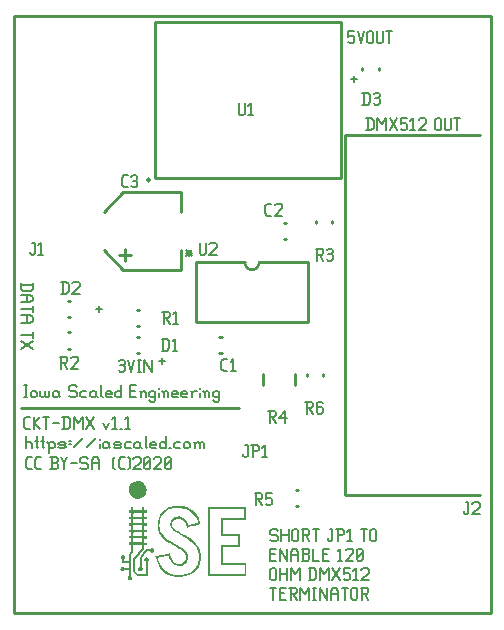
<source format=gbr>
G04 start of page 8 for group -4079 idx -4079 *
G04 Title: (unknown), topsilk *
G04 Creator: pcb 4.0.2 *
G04 CreationDate: Wed Oct 14 23:17:38 2020 UTC *
G04 For: ndholmes *
G04 Format: Gerber/RS-274X *
G04 PCB-Dimensions (mil): 1600.00 2000.00 *
G04 PCB-Coordinate-Origin: lower left *
%MOIN*%
%FSLAX25Y25*%
%LNTOPSILK*%
%ADD48C,0.0080*%
%ADD47C,0.0100*%
%ADD46C,0.0001*%
G54D46*G36*
X39043Y11709D02*X38647Y11980D01*
X38511Y12425D01*
X38565Y12740D01*
X38761Y12990D01*
X38891Y13104D01*
Y14986D01*
X38218D01*
X37741Y14981D01*
X37545Y14964D01*
X37453Y14840D01*
X37100Y14617D01*
X36672D01*
X36373Y14807D01*
X36189Y15100D01*
X36162Y15431D01*
X36270Y15724D01*
X36487Y15946D01*
X36802Y16066D01*
X37182Y16012D01*
X37491Y15773D01*
X37556Y15675D01*
X38224D01*
X38891Y15670D01*
Y17167D01*
X36558D01*
Y17900D01*
X36553Y18627D01*
X36455Y18697D01*
X36287Y18876D01*
X36178Y19093D01*
X36189Y19527D01*
X36373Y19815D01*
X36661Y19994D01*
X36997Y20026D01*
X37290Y19923D01*
X37513Y19701D01*
X37632Y19381D01*
X37578Y19006D01*
X37339Y18697D01*
X37242Y18627D01*
Y17851D01*
X38891D01*
Y20156D01*
X39357Y20748D01*
X39829Y21339D01*
Y23406D01*
X38918D01*
Y24193D01*
X43302D01*
Y25566D01*
X40486D01*
Y24193D01*
X39829D01*
Y25566D01*
X38918D01*
Y26325D01*
X39819D01*
Y27692D01*
X40502Y27719D01*
X40497Y27057D01*
X40491Y26586D01*
X40502Y26368D01*
X40567Y26358D01*
X40790Y26347D01*
X41224Y26341D01*
X41907Y26336D01*
X43302D01*
Y27719D01*
X40502D01*
X39819Y27692D01*
X38918D01*
Y28452D01*
X39829D01*
X40486Y28479D01*
X43302D01*
Y29852D01*
X40486D01*
Y28479D01*
X39829Y28452D01*
Y29824D01*
X38918D01*
Y30584D01*
X39819D01*
X39829Y31962D01*
X40486Y32005D01*
Y31327D01*
X40491Y30844D01*
X40508Y30627D01*
X40920Y30617D01*
X41907Y30611D01*
X43291D01*
X43296Y31300D01*
Y31316D01*
X43307Y32005D01*
X40486D01*
X39829Y31962D01*
X38918D01*
Y32722D01*
X39819D01*
Y34094D01*
X40502Y34148D01*
X40497Y33492D01*
X40491Y33015D01*
X40502Y32797D01*
X40567Y32787D01*
X40790Y32776D01*
X41224Y32770D01*
X41907Y32765D01*
X43307D01*
X43296Y33459D01*
X43291Y34148D01*
X40502D01*
X39819Y34094D01*
X38918D01*
Y34854D01*
X39829D01*
Y36096D01*
X40486D01*
Y34854D01*
X43302D01*
Y36096D01*
X43991D01*
Y34854D01*
X44902D01*
Y34094D01*
X43991D01*
Y32694D01*
X44902D01*
Y31935D01*
X43991D01*
Y30541D01*
X44902D01*
Y29781D01*
X43991D01*
Y28408D01*
X44902D01*
Y27649D01*
X43991D01*
Y26255D01*
X44902D01*
Y25495D01*
X43991D01*
Y24122D01*
X44902D01*
Y23336D01*
X43991D01*
X43985Y22750D01*
Y22158D01*
X42569Y20368D01*
X41148Y18583D01*
Y14574D01*
X42124Y13597D01*
X44544D01*
Y15719D01*
X44539Y16543D01*
Y17216D01*
X44533Y17672D01*
X44528Y17834D01*
X44403Y17927D01*
X44159Y18393D01*
X44294Y18909D01*
X44870Y19218D01*
X45472Y18947D01*
X45629Y18382D01*
X45331Y17872D01*
X45233Y17802D01*
Y12914D01*
X41842D01*
X40486Y14270D01*
Y18844D01*
X41896Y20623D01*
X43302Y22403D01*
Y23341D01*
X40486D01*
Y21003D01*
X39574Y19853D01*
Y13022D01*
X39640Y12990D01*
X39819Y12821D01*
X39949Y12588D01*
X39916Y12073D01*
X39569Y11693D01*
X39303Y11633D01*
X39043Y11644D01*
Y11709D01*
G37*
G36*
X54885Y12729D02*X53067Y13071D01*
X51483Y13793D01*
X50376Y14671D01*
X49432Y15778D01*
X48570Y17341D01*
X47924Y19196D01*
X47826Y19565D01*
X50246Y20081D01*
X51179Y20281D01*
X51955Y20444D01*
X52481Y20547D01*
X52682Y20580D01*
X52736Y20368D01*
X52785Y20118D01*
X52867Y19782D01*
X53230Y18757D01*
X53745Y17932D01*
X54391Y17324D01*
X55162Y16961D01*
X55400Y16918D01*
X55796Y16901D01*
X56187Y16918D01*
X56442Y16961D01*
X57462Y17547D01*
X58021Y18583D01*
X58075Y19212D01*
X58021Y19809D01*
X58623Y19983D01*
X58661Y18567D01*
X58303Y17617D01*
X57673Y16885D01*
X56816Y16424D01*
X55780Y16256D01*
X54451Y16559D01*
X53382Y17384D01*
X52590Y18627D01*
X52389Y19153D01*
X52243Y19657D01*
X52194Y19826D01*
X52145Y19842D01*
X51993Y19815D01*
X51635Y19739D01*
X51109Y19625D01*
X50479Y19489D01*
X49329Y19245D01*
X48792Y19126D01*
X48629Y19077D01*
Y19044D01*
X48678Y18860D01*
X48803Y18491D01*
X48949Y18084D01*
X49074Y17758D01*
X50072Y15979D01*
X51358Y14650D01*
X52932Y13782D01*
X54803Y13364D01*
X55199Y13353D01*
X55747D01*
X56295Y13369D01*
X56718Y13402D01*
X58048Y13657D01*
X59209Y14091D01*
X60109Y14623D01*
X60863Y15279D01*
X61466Y16060D01*
X61932Y16966D01*
X62160Y17661D01*
X62317Y18447D01*
X62366Y19402D01*
X62317Y20336D01*
X62090Y21323D01*
X61732Y22213D01*
X61211Y23032D01*
X60527Y23813D01*
X59827Y24459D01*
X59019Y25056D01*
X57945Y25717D01*
X56453Y26547D01*
X55308Y27182D01*
X54516Y27660D01*
X53963Y28061D01*
X53534Y28463D01*
X52986Y29249D01*
X52818Y30117D01*
X52964Y31159D01*
X53398Y31973D01*
X54103Y32537D01*
X55058Y32819D01*
X55639Y32836D01*
X56214Y32770D01*
X56984Y32477D01*
X57652Y31951D01*
X58227Y31186D01*
X58721Y30166D01*
X58807Y29966D01*
X58867Y29922D01*
X59030Y29971D01*
X59409Y30074D01*
X59919Y30226D01*
X60505Y30394D01*
X61081Y30562D01*
X61580Y30714D01*
X61938Y30817D01*
X62079Y30861D01*
X62052Y30985D01*
X61965Y31262D01*
X61840Y31604D01*
X61721Y31919D01*
X61043Y33134D01*
X60153Y34138D01*
X59079Y34913D01*
X57825Y35440D01*
X56068Y35743D01*
X54147Y35657D01*
X52400Y35196D01*
X51000Y34360D01*
X50300Y33633D01*
X49758Y32749D01*
X49389Y31723D01*
X49188Y30573D01*
X49161Y29797D01*
X49199Y29087D01*
X49438Y28105D01*
X49877Y27199D01*
X50517Y26358D01*
X51380Y25566D01*
X51922Y25159D01*
X52552Y24746D01*
X53355Y24269D01*
X54440Y23661D01*
X55167Y23260D01*
X55709Y22951D01*
X56133Y22696D01*
X56507Y22457D01*
X57939Y21247D01*
X58623Y19983D01*
X58021Y19809D01*
X57424Y20878D01*
X56165Y21925D01*
X55802Y22158D01*
X55395Y22403D01*
X54879Y22696D01*
X54185Y23075D01*
X52807Y23851D01*
X51792Y24480D01*
X51017Y25045D01*
X50360Y25625D01*
X49611Y26466D01*
X49074Y27350D01*
X48656Y28533D01*
X48526Y29846D01*
X48618Y31132D01*
X48911Y32331D01*
X49671Y33855D01*
X50832Y35038D01*
X52362Y35863D01*
X54234Y36302D01*
X55693Y36384D01*
X57077Y36259D01*
X58352Y35933D01*
X59491Y35407D01*
X60630Y34561D01*
X61569Y33476D01*
X62296Y32174D01*
X62789Y30671D01*
X62849Y30416D01*
X60647Y29776D01*
X59784Y29532D01*
X59079Y29331D01*
X58601Y29201D01*
X58422Y29157D01*
X58346Y29358D01*
X58118Y29960D01*
X57858Y30535D01*
X57098Y31604D01*
X56149Y32136D01*
X55514Y32201D01*
X54863Y32152D01*
X54006Y31680D01*
X53669Y31219D01*
X53485Y30622D01*
X53447Y30139D01*
X53485Y29727D01*
X53832Y29076D01*
X54559Y28408D01*
X54912Y28164D01*
X55351Y27888D01*
X55926Y27562D01*
X56697Y27139D01*
X57565Y26667D01*
X58248Y26282D01*
X58807Y25951D01*
X59285Y25642D01*
X60511Y24714D01*
X61477Y23726D01*
X62204Y22674D01*
X62692Y21534D01*
X62968Y20162D01*
X62974Y18730D01*
X62719Y17330D01*
X62209Y16066D01*
X61412Y14948D01*
X60370Y14037D01*
X59100Y13359D01*
X57635Y12914D01*
X56257Y12740D01*
X54885Y12735D01*
Y12729D01*
G37*
G36*
X65470Y24535D02*X66110Y24540D01*
X66104Y13641D01*
X77530D01*
Y16798D01*
X69756D01*
Y23319D01*
X75441D01*
Y26488D01*
X69756D01*
Y32271D01*
X77216D01*
Y35440D01*
X66121D01*
X66110Y24540D01*
X65470Y24535D01*
Y36064D01*
X77850D01*
Y31653D01*
X70390D01*
Y27133D01*
X76071D01*
Y22723D01*
X70407D01*
X70396Y20091D01*
X70390Y17460D01*
X78154D01*
Y13022D01*
X65470D01*
Y24535D01*
G37*
G36*
X42607Y14623D02*X42325Y14812D01*
X42146Y15100D01*
X42141Y15534D01*
X42368Y15887D01*
X42499Y15979D01*
X42510Y16440D01*
X42515Y17552D01*
Y19126D01*
X43611Y20504D01*
X44701Y21887D01*
X46031D01*
X46117Y22007D01*
X46345Y22202D01*
X46497Y22267D01*
X46703Y22278D01*
X46904Y22272D01*
X47056Y22202D01*
X47278Y22012D01*
X47414Y21768D01*
X47430Y21486D01*
X47365Y21214D01*
X47089Y20927D01*
X46703Y20813D01*
X46145Y21062D01*
X46020Y21198D01*
X45032D01*
X44115Y20043D01*
X43204Y18887D01*
Y15990D01*
X43307Y15919D01*
X43567Y15523D01*
X43535Y15024D01*
X43150Y14650D01*
X42607Y14617D01*
Y14623D01*
G37*
G36*
X41441Y38782D02*X40556Y39069D01*
X39791Y39628D01*
X39243Y40360D01*
X38956Y41223D01*
X38918Y41863D01*
X38999Y42482D01*
X39309Y43247D01*
X39829Y43898D01*
X40676Y44473D01*
X41647Y44716D01*
X42656Y44629D01*
X43600Y44202D01*
X44153Y43697D01*
X44577Y43079D01*
X44810Y42395D01*
X44880Y41668D01*
X44772Y40941D01*
X44506Y40268D01*
X44099Y39720D01*
X43584Y39275D01*
X42982Y38955D01*
X42331Y38782D01*
X41880Y38760D01*
X41441Y38782D01*
G37*
G54D47*X500Y199500D02*X159500D01*
Y500D01*
X500D01*
Y199500D01*
X3000Y69000D02*X75500D01*
X47500Y180000D02*Y171000D01*
G54D48*X113000Y178500D02*X115000D01*
X114000Y179500D02*Y177500D01*
X118500Y165500D02*Y161500D01*
X119800Y165500D02*X120500Y164800D01*
Y162200D01*
X119800Y161500D02*X120500Y162200D01*
X118000Y161500D02*X119800D01*
X118000Y165500D02*X119800D01*
X121700D02*Y161500D01*
Y165500D02*X123200Y163500D01*
X124700Y165500D01*
Y161500D01*
X125900D02*X128400Y165500D01*
X125900D02*X128400Y161500D01*
X129600Y165500D02*X131600D01*
X129600D02*Y163500D01*
X130100Y164000D01*
X131100D01*
X131600Y163500D01*
Y162000D01*
X131100Y161500D02*X131600Y162000D01*
X130100Y161500D02*X131100D01*
X129600Y162000D02*X130100Y161500D01*
X132800Y164700D02*X133600Y165500D01*
Y161500D01*
X132800D02*X134300D01*
X135500Y165000D02*X136000Y165500D01*
X137500D01*
X138000Y165000D01*
Y164000D01*
X135500Y161500D02*X138000Y164000D01*
X135500Y161500D02*X138000D01*
X141000Y165000D02*Y162000D01*
Y165000D02*X141500Y165500D01*
X142500D01*
X143000Y165000D01*
Y162000D01*
X142500Y161500D02*X143000Y162000D01*
X141500Y161500D02*X142500D01*
X141000Y162000D02*X141500Y161500D01*
X144200Y165500D02*Y162000D01*
X144700Y161500D01*
X145700D01*
X146200Y162000D01*
Y165500D02*Y162000D01*
X147400Y165500D02*X149400D01*
X148400D02*Y161500D01*
X112000Y194500D02*X114000D01*
X112000D02*Y192500D01*
X112500Y193000D01*
X113500D01*
X114000Y192500D01*
Y191000D01*
X113500Y190500D02*X114000Y191000D01*
X112500Y190500D02*X113500D01*
X112000Y191000D02*X112500Y190500D01*
X115200Y194500D02*X116200Y190500D01*
X117200Y194500D01*
X118400Y194000D02*Y191000D01*
Y194000D02*X118900Y194500D01*
X119900D01*
X120400Y194000D01*
Y191000D01*
X119900Y190500D02*X120400Y191000D01*
X118900Y190500D02*X119900D01*
X118400Y191000D02*X118900Y190500D01*
X121600Y194500D02*Y191000D01*
X122100Y190500D01*
X123100D01*
X123600Y191000D01*
Y194500D02*Y191000D01*
X124800Y194500D02*X126800D01*
X125800D02*Y190500D01*
X4000Y76500D02*X5000D01*
X4500D02*Y72500D01*
X4000D02*X5000D01*
X6200Y74000D02*Y73000D01*
Y74000D02*X6700Y74500D01*
X7700D01*
X8200Y74000D01*
Y73000D01*
X7700Y72500D02*X8200Y73000D01*
X6700Y72500D02*X7700D01*
X6200Y73000D02*X6700Y72500D01*
X9400Y74500D02*Y73000D01*
X9900Y72500D01*
X10400D01*
X10900Y73000D01*
Y74500D02*Y73000D01*
X11400Y72500D01*
X11900D01*
X12400Y73000D01*
Y74500D02*Y73000D01*
X15100Y74500D02*X15600Y74000D01*
X14100Y74500D02*X15100D01*
X13600Y74000D02*X14100Y74500D01*
X13600Y74000D02*Y73000D01*
X14100Y72500D01*
X15600Y74500D02*Y73000D01*
X16100Y72500D01*
X14100D02*X15100D01*
X15600Y73000D01*
X21100Y76500D02*X21600Y76000D01*
X19600Y76500D02*X21100D01*
X19100Y76000D02*X19600Y76500D01*
X19100Y76000D02*Y75000D01*
X19600Y74500D01*
X21100D01*
X21600Y74000D01*
Y73000D01*
X21100Y72500D02*X21600Y73000D01*
X19600Y72500D02*X21100D01*
X19100Y73000D02*X19600Y72500D01*
X23300Y74500D02*X24800D01*
X22800Y74000D02*X23300Y74500D01*
X22800Y74000D02*Y73000D01*
X23300Y72500D01*
X24800D01*
X27500Y74500D02*X28000Y74000D01*
X26500Y74500D02*X27500D01*
X26000Y74000D02*X26500Y74500D01*
X26000Y74000D02*Y73000D01*
X26500Y72500D01*
X28000Y74500D02*Y73000D01*
X28500Y72500D01*
X26500D02*X27500D01*
X28000Y73000D01*
X29700Y76500D02*Y73000D01*
X30200Y72500D01*
X31700D02*X33200D01*
X31200Y73000D02*X31700Y72500D01*
X31200Y74000D02*Y73000D01*
Y74000D02*X31700Y74500D01*
X32700D01*
X33200Y74000D01*
X31200Y73500D02*X33200D01*
Y74000D02*Y73500D01*
X36400Y76500D02*Y72500D01*
X35900D02*X36400Y73000D01*
X34900Y72500D02*X35900D01*
X34400Y73000D02*X34900Y72500D01*
X34400Y74000D02*Y73000D01*
Y74000D02*X34900Y74500D01*
X35900D01*
X36400Y74000D01*
X39400Y74700D02*X40900D01*
X39400Y72500D02*X41400D01*
X39400Y76500D02*Y72500D01*
Y76500D02*X41400D01*
X43100Y74000D02*Y72500D01*
Y74000D02*X43600Y74500D01*
X44100D01*
X44600Y74000D01*
Y72500D01*
X42600Y74500D02*X43100Y74000D01*
X47300Y74500D02*X47800Y74000D01*
X46300Y74500D02*X47300D01*
X45800Y74000D02*X46300Y74500D01*
X45800Y74000D02*Y73000D01*
X46300Y72500D01*
X47300D01*
X47800Y73000D01*
X45800Y71500D02*X46300Y71000D01*
X47300D01*
X47800Y71500D01*
Y74500D02*Y71500D01*
X49000Y75500D02*Y75400D01*
Y74000D02*Y72500D01*
X50500Y74000D02*Y72500D01*
Y74000D02*X51000Y74500D01*
X51500D01*
X52000Y74000D01*
Y72500D01*
X50000Y74500D02*X50500Y74000D01*
X53700Y72500D02*X55200D01*
X53200Y73000D02*X53700Y72500D01*
X53200Y74000D02*Y73000D01*
Y74000D02*X53700Y74500D01*
X54700D01*
X55200Y74000D01*
X53200Y73500D02*X55200D01*
Y74000D02*Y73500D01*
X56900Y72500D02*X58400D01*
X56400Y73000D02*X56900Y72500D01*
X56400Y74000D02*Y73000D01*
Y74000D02*X56900Y74500D01*
X57900D01*
X58400Y74000D01*
X56400Y73500D02*X58400D01*
Y74000D02*Y73500D01*
X60100Y74000D02*Y72500D01*
Y74000D02*X60600Y74500D01*
X61600D01*
X59600D02*X60100Y74000D01*
X62800Y75500D02*Y75400D01*
Y74000D02*Y72500D01*
X64300Y74000D02*Y72500D01*
Y74000D02*X64800Y74500D01*
X65300D01*
X65800Y74000D01*
Y72500D01*
X63800Y74500D02*X64300Y74000D01*
X68500Y74500D02*X69000Y74000D01*
X67500Y74500D02*X68500D01*
X67000Y74000D02*X67500Y74500D01*
X67000Y74000D02*Y73000D01*
X67500Y72500D01*
X68500D01*
X69000Y73000D01*
X67000Y71500D02*X67500Y71000D01*
X68500D01*
X69000Y71500D01*
Y74500D02*Y71500D01*
X5200Y48500D02*X6500D01*
X4500Y49200D02*X5200Y48500D01*
X4500Y51800D02*Y49200D01*
Y51800D02*X5200Y52500D01*
X6500D01*
X8400Y48500D02*X9700D01*
X7700Y49200D02*X8400Y48500D01*
X7700Y51800D02*Y49200D01*
Y51800D02*X8400Y52500D01*
X9700D01*
X12700Y48500D02*X14700D01*
X15200Y49000D01*
Y50200D02*Y49000D01*
X14700Y50700D02*X15200Y50200D01*
X13200Y50700D02*X14700D01*
X13200Y52500D02*Y48500D01*
X12700Y52500D02*X14700D01*
X15200Y52000D01*
Y51200D01*
X14700Y50700D02*X15200Y51200D01*
X16400Y52500D02*X17400Y50500D01*
X18400Y52500D01*
X17400Y50500D02*Y48500D01*
X19600Y50500D02*X21600D01*
X24800Y52500D02*X25300Y52000D01*
X23300Y52500D02*X24800D01*
X22800Y52000D02*X23300Y52500D01*
X22800Y52000D02*Y51000D01*
X23300Y50500D01*
X24800D01*
X25300Y50000D01*
Y49000D01*
X24800Y48500D02*X25300Y49000D01*
X23300Y48500D02*X24800D01*
X22800Y49000D02*X23300Y48500D01*
X26500Y51500D02*Y48500D01*
Y51500D02*X27200Y52500D01*
X28300D01*
X29000Y51500D01*
Y48500D01*
X26500Y50500D02*X29000D01*
X33800Y49000D02*X34300Y48500D01*
X33800Y52000D02*X34300Y52500D01*
X33800Y52000D02*Y49000D01*
X36200Y48500D02*X37500D01*
X35500Y49200D02*X36200Y48500D01*
X35500Y51800D02*Y49200D01*
Y51800D02*X36200Y52500D01*
X37500D01*
X38700D02*X39200Y52000D01*
Y49000D01*
X38700Y48500D02*X39200Y49000D01*
X40400Y52000D02*X40900Y52500D01*
X42400D01*
X42900Y52000D01*
Y51000D01*
X40400Y48500D02*X42900Y51000D01*
X40400Y48500D02*X42900D01*
X44100Y49000D02*X44600Y48500D01*
X44100Y52000D02*Y49000D01*
Y52000D02*X44600Y52500D01*
X45600D01*
X46100Y52000D01*
Y49000D01*
X45600Y48500D02*X46100Y49000D01*
X44600Y48500D02*X45600D01*
X44100Y49500D02*X46100Y51500D01*
X47300Y52000D02*X47800Y52500D01*
X49300D01*
X49800Y52000D01*
Y51000D01*
X47300Y48500D02*X49800Y51000D01*
X47300Y48500D02*X49800D01*
X51000Y49000D02*X51500Y48500D01*
X51000Y52000D02*Y49000D01*
Y52000D02*X51500Y52500D01*
X52500D01*
X53000Y52000D01*
Y49000D01*
X52500Y48500D02*X53000Y49000D01*
X51500Y48500D02*X52500D01*
X51000Y49500D02*X53000Y51500D01*
X4500Y59500D02*Y55500D01*
Y57000D02*X5000Y57500D01*
X6000D01*
X6500Y57000D01*
Y55500D01*
X8200Y59500D02*Y56000D01*
X8700Y55500D01*
X7700Y58000D02*X8700D01*
X10200Y59500D02*Y56000D01*
X10700Y55500D01*
X9700Y58000D02*X10700D01*
X12200Y57000D02*Y54000D01*
X11700Y57500D02*X12200Y57000D01*
X12700Y57500D01*
X13700D01*
X14200Y57000D01*
Y56000D01*
X13700Y55500D02*X14200Y56000D01*
X12700Y55500D02*X13700D01*
X12200Y56000D02*X12700Y55500D01*
X15900D02*X17400D01*
X17900Y56000D01*
X17400Y56500D02*X17900Y56000D01*
X15900Y56500D02*X17400D01*
X15400Y57000D02*X15900Y56500D01*
X15400Y57000D02*X15900Y57500D01*
X17400D01*
X17900Y57000D01*
X15400Y56000D02*X15900Y55500D01*
X19100Y58000D02*X19600D01*
X19100Y57000D02*X19600D01*
X20800Y56000D02*X23800Y59000D01*
X25000Y56000D02*X28000Y59000D01*
X29200Y58500D02*Y58400D01*
Y57000D02*Y55500D01*
X31700Y57500D02*X32200Y57000D01*
X30700Y57500D02*X31700D01*
X30200Y57000D02*X30700Y57500D01*
X30200Y57000D02*Y56000D01*
X30700Y55500D01*
X32200Y57500D02*Y56000D01*
X32700Y55500D01*
X30700D02*X31700D01*
X32200Y56000D01*
X34400Y55500D02*X35900D01*
X36400Y56000D01*
X35900Y56500D02*X36400Y56000D01*
X34400Y56500D02*X35900D01*
X33900Y57000D02*X34400Y56500D01*
X33900Y57000D02*X34400Y57500D01*
X35900D01*
X36400Y57000D01*
X33900Y56000D02*X34400Y55500D01*
X38100Y57500D02*X39600D01*
X37600Y57000D02*X38100Y57500D01*
X37600Y57000D02*Y56000D01*
X38100Y55500D01*
X39600D01*
X42300Y57500D02*X42800Y57000D01*
X41300Y57500D02*X42300D01*
X40800Y57000D02*X41300Y57500D01*
X40800Y57000D02*Y56000D01*
X41300Y55500D01*
X42800Y57500D02*Y56000D01*
X43300Y55500D01*
X41300D02*X42300D01*
X42800Y56000D01*
X44500Y59500D02*Y56000D01*
X45000Y55500D01*
X46500D02*X48000D01*
X46000Y56000D02*X46500Y55500D01*
X46000Y57000D02*Y56000D01*
Y57000D02*X46500Y57500D01*
X47500D01*
X48000Y57000D01*
X46000Y56500D02*X48000D01*
Y57000D02*Y56500D01*
X51200Y59500D02*Y55500D01*
X50700D02*X51200Y56000D01*
X49700Y55500D02*X50700D01*
X49200Y56000D02*X49700Y55500D01*
X49200Y57000D02*Y56000D01*
Y57000D02*X49700Y57500D01*
X50700D01*
X51200Y57000D01*
X52400Y55500D02*X52900D01*
X54600Y57500D02*X56100D01*
X54100Y57000D02*X54600Y57500D01*
X54100Y57000D02*Y56000D01*
X54600Y55500D01*
X56100D01*
X57300Y57000D02*Y56000D01*
Y57000D02*X57800Y57500D01*
X58800D01*
X59300Y57000D01*
Y56000D01*
X58800Y55500D02*X59300Y56000D01*
X57800Y55500D02*X58800D01*
X57300Y56000D02*X57800Y55500D01*
X61000Y57000D02*Y55500D01*
Y57000D02*X61500Y57500D01*
X62000D01*
X62500Y57000D01*
Y55500D01*
Y57000D02*X63000Y57500D01*
X63500D01*
X64000Y57000D01*
Y55500D01*
X60500Y57500D02*X61000Y57000D01*
X35500Y84500D02*X36000Y85000D01*
X37000D01*
X37500Y84500D01*
X37000Y81000D02*X37500Y81500D01*
X36000Y81000D02*X37000D01*
X35500Y81500D02*X36000Y81000D01*
Y83200D02*X37000D01*
X37500Y84500D02*Y83700D01*
Y82700D02*Y81500D01*
Y82700D02*X37000Y83200D01*
X37500Y83700D02*X37000Y83200D01*
X38700Y85000D02*X39700Y81000D01*
X40700Y85000D01*
X41900D02*X42900D01*
X42400D02*Y81000D01*
X41900D02*X42900D01*
X44100Y85000D02*Y81000D01*
Y85000D02*X46600Y81000D01*
Y85000D02*Y81000D01*
X49000Y84500D02*X51000D01*
X50000Y85500D02*Y83500D01*
X4700Y62000D02*X6000D01*
X4000Y62700D02*X4700Y62000D01*
X4000Y65300D02*Y62700D01*
Y65300D02*X4700Y66000D01*
X6000D01*
X7200D02*Y62000D01*
Y64000D02*X9200Y66000D01*
X7200Y64000D02*X9200Y62000D01*
X10400Y66000D02*X12400D01*
X11400D02*Y62000D01*
X13600Y64000D02*X15600D01*
X17300Y66000D02*Y62000D01*
X18600Y66000D02*X19300Y65300D01*
Y62700D01*
X18600Y62000D02*X19300Y62700D01*
X16800Y62000D02*X18600D01*
X16800Y66000D02*X18600D01*
X20500D02*Y62000D01*
Y66000D02*X22000Y64000D01*
X23500Y66000D01*
Y62000D01*
X24700D02*X27200Y66000D01*
X24700D02*X27200Y62000D01*
X30200Y64000D02*X31200Y62000D01*
X32200Y64000D02*X31200Y62000D01*
X33400Y65200D02*X34200Y66000D01*
Y62000D01*
X33400D02*X34900D01*
X36100D02*X36600D01*
X37800Y65200D02*X38600Y66000D01*
Y62000D01*
X37800D02*X39300D01*
X3000Y110000D02*X7000D01*
Y108700D02*X6300Y108000D01*
X3700D02*X6300D01*
X3000Y108700D02*X3700Y108000D01*
X3000Y110500D02*Y108700D01*
X7000Y110500D02*Y108700D01*
X3000Y106800D02*X6000D01*
X7000Y106100D01*
Y105000D01*
X6000Y104300D01*
X3000D02*X6000D01*
X5000Y106800D02*Y104300D01*
X7000Y103100D02*Y101100D01*
X3000Y102100D02*X7000D01*
X3000Y99900D02*X6000D01*
X7000Y99200D01*
Y98100D01*
X6000Y97400D01*
X3000D02*X6000D01*
X5000Y99900D02*Y97400D01*
X7000Y94400D02*Y92400D01*
X3000Y93400D02*X7000D01*
X3000Y91200D02*X7000Y88700D01*
Y91200D02*X3000Y88700D01*
X28000Y102000D02*X30000D01*
X29000Y103000D02*Y101000D01*
X58000Y121500D02*X60000Y119500D01*
X58000D02*X60000Y121500D01*
X58000Y120500D02*X60000D01*
X59000Y121500D02*Y119500D01*
X88000Y28500D02*X88500Y28000D01*
X86500Y28500D02*X88000D01*
X86000Y28000D02*X86500Y28500D01*
X86000Y28000D02*Y27000D01*
X86500Y26500D01*
X88000D01*
X88500Y26000D01*
Y25000D01*
X88000Y24500D02*X88500Y25000D01*
X86500Y24500D02*X88000D01*
X86000Y25000D02*X86500Y24500D01*
X89700Y28500D02*Y24500D01*
X92200Y28500D02*Y24500D01*
X89700Y26500D02*X92200D01*
X93400Y28000D02*Y25000D01*
Y28000D02*X93900Y28500D01*
X94900D01*
X95400Y28000D01*
Y25000D01*
X94900Y24500D02*X95400Y25000D01*
X93900Y24500D02*X94900D01*
X93400Y25000D02*X93900Y24500D01*
X96600Y28500D02*X98600D01*
X99100Y28000D01*
Y27000D01*
X98600Y26500D02*X99100Y27000D01*
X97100Y26500D02*X98600D01*
X97100Y28500D02*Y24500D01*
X97900Y26500D02*X99100Y24500D01*
X100300Y28500D02*X102300D01*
X101300D02*Y24500D01*
X106000Y28500D02*X106800D01*
Y25000D01*
X106300Y24500D02*X106800Y25000D01*
X105800Y24500D02*X106300D01*
X105300Y25000D02*X105800Y24500D01*
X105300Y25500D02*Y25000D01*
X108500Y28500D02*Y24500D01*
X108000Y28500D02*X110000D01*
X110500Y28000D01*
Y27000D01*
X110000Y26500D02*X110500Y27000D01*
X108500Y26500D02*X110000D01*
X111700Y27700D02*X112500Y28500D01*
Y24500D01*
X111700D02*X113200D01*
X116200Y28500D02*X118200D01*
X117200D02*Y24500D01*
X119400Y28000D02*Y25000D01*
Y28000D02*X119900Y28500D01*
X120900D01*
X121400Y28000D01*
Y25000D01*
X120900Y24500D02*X121400Y25000D01*
X119900Y24500D02*X120900D01*
X119400Y25000D02*X119900Y24500D01*
X86000Y20200D02*X87500D01*
X86000Y18000D02*X88000D01*
X86000Y22000D02*Y18000D01*
Y22000D02*X88000D01*
X89200D02*Y18000D01*
Y22000D02*X91700Y18000D01*
Y22000D02*Y18000D01*
X92900Y21000D02*Y18000D01*
Y21000D02*X93600Y22000D01*
X94700D01*
X95400Y21000D01*
Y18000D01*
X92900Y20000D02*X95400D01*
X96600Y18000D02*X98600D01*
X99100Y18500D01*
Y19700D02*Y18500D01*
X98600Y20200D02*X99100Y19700D01*
X97100Y20200D02*X98600D01*
X97100Y22000D02*Y18000D01*
X96600Y22000D02*X98600D01*
X99100Y21500D01*
Y20700D01*
X98600Y20200D02*X99100Y20700D01*
X100300Y22000D02*Y18000D01*
X102300D01*
X103500Y20200D02*X105000D01*
X103500Y18000D02*X105500D01*
X103500Y22000D02*Y18000D01*
Y22000D02*X105500D01*
X108500Y21200D02*X109300Y22000D01*
Y18000D01*
X108500D02*X110000D01*
X111200Y21500D02*X111700Y22000D01*
X113200D01*
X113700Y21500D01*
Y20500D01*
X111200Y18000D02*X113700Y20500D01*
X111200Y18000D02*X113700D01*
X114900Y18500D02*X115400Y18000D01*
X114900Y21500D02*Y18500D01*
Y21500D02*X115400Y22000D01*
X116400D01*
X116900Y21500D01*
Y18500D01*
X116400Y18000D02*X116900Y18500D01*
X115400Y18000D02*X116400D01*
X114900Y19000D02*X116900Y21000D01*
X86000Y9000D02*X88000D01*
X87000D02*Y5000D01*
X89200Y7200D02*X90700D01*
X89200Y5000D02*X91200D01*
X89200Y9000D02*Y5000D01*
Y9000D02*X91200D01*
X92400D02*X94400D01*
X94900Y8500D01*
Y7500D01*
X94400Y7000D02*X94900Y7500D01*
X92900Y7000D02*X94400D01*
X92900Y9000D02*Y5000D01*
X93700Y7000D02*X94900Y5000D01*
X96100Y9000D02*Y5000D01*
Y9000D02*X97600Y7000D01*
X99100Y9000D01*
Y5000D01*
X100300Y9000D02*X101300D01*
X100800D02*Y5000D01*
X100300D02*X101300D01*
X102500Y9000D02*Y5000D01*
Y9000D02*X105000Y5000D01*
Y9000D02*Y5000D01*
X106200Y8000D02*Y5000D01*
Y8000D02*X106900Y9000D01*
X108000D01*
X108700Y8000D01*
Y5000D01*
X106200Y7000D02*X108700D01*
X109900Y9000D02*X111900D01*
X110900D02*Y5000D01*
X113100Y8500D02*Y5500D01*
Y8500D02*X113600Y9000D01*
X114600D01*
X115100Y8500D01*
Y5500D01*
X114600Y5000D02*X115100Y5500D01*
X113600Y5000D02*X114600D01*
X113100Y5500D02*X113600Y5000D01*
X116300Y9000D02*X118300D01*
X118800Y8500D01*
Y7500D01*
X118300Y7000D02*X118800Y7500D01*
X116800Y7000D02*X118300D01*
X116800Y9000D02*Y5000D01*
X117600Y7000D02*X118800Y5000D01*
X86000Y15000D02*Y12000D01*
Y15000D02*X86500Y15500D01*
X87500D01*
X88000Y15000D01*
Y12000D01*
X87500Y11500D02*X88000Y12000D01*
X86500Y11500D02*X87500D01*
X86000Y12000D02*X86500Y11500D01*
X89200Y15500D02*Y11500D01*
X91700Y15500D02*Y11500D01*
X89200Y13500D02*X91700D01*
X92900Y15500D02*Y11500D01*
Y15500D02*X94400Y13500D01*
X95900Y15500D01*
Y11500D01*
X99400Y15500D02*Y11500D01*
X100700Y15500D02*X101400Y14800D01*
Y12200D01*
X100700Y11500D02*X101400Y12200D01*
X98900Y11500D02*X100700D01*
X98900Y15500D02*X100700D01*
X102600D02*Y11500D01*
Y15500D02*X104100Y13500D01*
X105600Y15500D01*
Y11500D01*
X106800D02*X109300Y15500D01*
X106800D02*X109300Y11500D01*
X110500Y15500D02*X112500D01*
X110500D02*Y13500D01*
X111000Y14000D01*
X112000D01*
X112500Y13500D01*
Y12000D01*
X112000Y11500D02*X112500Y12000D01*
X111000Y11500D02*X112000D01*
X110500Y12000D02*X111000Y11500D01*
X113700Y14700D02*X114500Y15500D01*
Y11500D01*
X113700D02*X115200D01*
X116400Y15000D02*X116900Y15500D01*
X118400D01*
X118900Y15000D01*
Y14000D01*
X116400Y11500D02*X118900Y14000D01*
X116400Y11500D02*X118900D01*
G54D47*X94607Y36245D02*X95393D01*
X94607Y41755D02*X95393D01*
X98245Y80350D02*Y79564D01*
X103755Y80350D02*Y79564D01*
X111000Y160000D02*X156000D01*
X111000Y40000D02*X156000D01*
X111000Y160000D02*Y40000D01*
X69107Y87245D02*X69893D01*
X69107Y92755D02*X69893D01*
X41607D02*X42393D01*
X41607Y87245D02*X42393D01*
X94314Y80468D02*Y76532D01*
X83686Y80468D02*Y76532D01*
X18607Y94255D02*X19393D01*
X18607Y88745D02*X19393D01*
X18564Y104755D02*X19350D01*
X18564Y99245D02*X19350D01*
X122255Y182393D02*Y181607D01*
X116745Y182393D02*Y181607D01*
X61400Y117500D02*Y97500D01*
X98600D01*
Y117500D01*
X61400D02*X77500D01*
X98600D02*X82500D01*
X77500D02*G75*G03X82500Y117500I2500J0D01*G01*
X90607Y130755D02*X91393D01*
X90607Y125245D02*X91393D01*
X101245Y131393D02*Y130607D01*
X106755Y131393D02*Y130607D01*
X47500Y197500D02*X109500D01*
X47500Y145500D02*X109500D01*
X47500Y197500D02*Y145500D01*
X109500Y197500D02*Y145500D01*
X45000Y145000D02*G75*G03X45000Y145000I500J0D01*G01*
X56492Y121504D02*Y115008D01*
Y140992D02*Y134496D01*
X37004Y140992D02*X56492D01*
X37004Y115008D02*X56492D01*
X37004Y140992D02*X30508Y134496D01*
X37004Y115008D02*X30508Y121504D01*
X37500Y122000D02*Y118000D01*
X35500Y120000D02*X39500D01*
X41607Y96245D02*X42393D01*
X41607Y101755D02*X42393D01*
G54D48*X151357Y37500D02*X152157D01*
Y34000D01*
X151657Y33500D02*X152157Y34000D01*
X151157Y33500D02*X151657D01*
X150657Y34000D02*X151157Y33500D01*
X150657Y34500D02*Y34000D01*
X153357Y37000D02*X153857Y37500D01*
X155357D01*
X155857Y37000D01*
Y36000D01*
X153357Y33500D02*X155857Y36000D01*
X153357Y33500D02*X155857D01*
X77700Y56500D02*X78500D01*
Y53000D01*
X78000Y52500D02*X78500Y53000D01*
X77500Y52500D02*X78000D01*
X77000Y53000D02*X77500Y52500D01*
X77000Y53500D02*Y53000D01*
X80200Y56500D02*Y52500D01*
X79700Y56500D02*X81700D01*
X82200Y56000D01*
Y55000D01*
X81700Y54500D02*X82200Y55000D01*
X80200Y54500D02*X81700D01*
X83400Y55700D02*X84200Y56500D01*
Y52500D01*
X83400D02*X84900D01*
X70519Y81236D02*X71819D01*
X69819Y81936D02*X70519Y81236D01*
X69819Y84536D02*Y81936D01*
Y84536D02*X70519Y85236D01*
X71819D01*
X73019Y84436D02*X73819Y85236D01*
Y81236D01*
X73019D02*X74519D01*
X80850Y40650D02*X82850D01*
X83350Y40150D01*
Y39150D01*
X82850Y38650D02*X83350Y39150D01*
X81350Y38650D02*X82850D01*
X81350Y40650D02*Y36650D01*
X82150Y38650D02*X83350Y36650D01*
X84550Y40650D02*X86550D01*
X84550D02*Y38650D01*
X85050Y39150D01*
X86050D01*
X86550Y38650D01*
Y37150D01*
X86050Y36650D02*X86550Y37150D01*
X85050Y36650D02*X86050D01*
X84550Y37150D02*X85050Y36650D01*
X97807Y71150D02*X99807D01*
X100307Y70650D01*
Y69650D01*
X99807Y69150D02*X100307Y69650D01*
X98307Y69150D02*X99807D01*
X98307Y71150D02*Y67150D01*
X99107Y69150D02*X100307Y67150D01*
X103007Y71150D02*X103507Y70650D01*
X102007Y71150D02*X103007D01*
X101507Y70650D02*X102007Y71150D01*
X101507Y70650D02*Y67650D01*
X102007Y67150D01*
X103007Y69350D02*X103507Y68850D01*
X101507Y69350D02*X103007D01*
X102007Y67150D02*X103007D01*
X103507Y67650D01*
Y68850D02*Y67650D01*
X85350Y68150D02*X87350D01*
X87850Y67650D01*
Y66650D01*
X87350Y66150D02*X87850Y66650D01*
X85850Y66150D02*X87350D01*
X85850Y68150D02*Y64150D01*
X86650Y66150D02*X87850Y64150D01*
X89050Y65650D02*X91050Y68150D01*
X89050Y65650D02*X91550D01*
X91050Y68150D02*Y64150D01*
X15950Y86150D02*X17950D01*
X18450Y85650D01*
Y84650D01*
X17950Y84150D02*X18450Y84650D01*
X16450Y84150D02*X17950D01*
X16450Y86150D02*Y82150D01*
X17250Y84150D02*X18450Y82150D01*
X19650Y85650D02*X20150Y86150D01*
X21650D01*
X22150Y85650D01*
Y84650D01*
X19650Y82150D02*X22150Y84650D01*
X19650Y82150D02*X22150D01*
X16850Y111150D02*Y107150D01*
X18150Y111150D02*X18850Y110450D01*
Y107850D01*
X18150Y107150D02*X18850Y107850D01*
X16350Y107150D02*X18150D01*
X16350Y111150D02*X18150D01*
X20050Y110650D02*X20550Y111150D01*
X22050D01*
X22550Y110650D01*
Y109650D01*
X20050Y107150D02*X22550Y109650D01*
X20050Y107150D02*X22550D01*
X117307Y174150D02*Y170150D01*
X118607Y174150D02*X119307Y173450D01*
Y170850D01*
X118607Y170150D02*X119307Y170850D01*
X116807Y170150D02*X118607D01*
X116807Y174150D02*X118607D01*
X120507Y173650D02*X121007Y174150D01*
X122007D01*
X122507Y173650D01*
X122007Y170150D02*X122507Y170650D01*
X121007Y170150D02*X122007D01*
X120507Y170650D02*X121007Y170150D01*
Y172350D02*X122007D01*
X122507Y173650D02*Y172850D01*
Y171850D02*Y170650D01*
Y171850D02*X122007Y172350D01*
X122507Y172850D02*X122007Y172350D01*
X75500Y170500D02*Y167000D01*
X76000Y166500D01*
X77000D01*
X77500Y167000D01*
Y170500D02*Y167000D01*
X78700Y169700D02*X79500Y170500D01*
Y166500D01*
X78700D02*X80200D01*
X62500Y124000D02*Y120500D01*
X63000Y120000D01*
X64000D01*
X64500Y120500D01*
Y124000D02*Y120500D01*
X65700Y123500D02*X66200Y124000D01*
X67700D01*
X68200Y123500D01*
Y122500D01*
X65700Y120000D02*X68200Y122500D01*
X65700Y120000D02*X68200D01*
X37200Y142500D02*X38500D01*
X36500Y143200D02*X37200Y142500D01*
X36500Y145800D02*Y143200D01*
Y145800D02*X37200Y146500D01*
X38500D01*
X39700Y146000D02*X40200Y146500D01*
X41200D01*
X41700Y146000D01*
X41200Y142500D02*X41700Y143000D01*
X40200Y142500D02*X41200D01*
X39700Y143000D02*X40200Y142500D01*
Y144700D02*X41200D01*
X41700Y146000D02*Y145200D01*
Y144200D02*Y143000D01*
Y144200D02*X41200Y144700D01*
X41700Y145200D02*X41200Y144700D01*
X85007Y133150D02*X86307D01*
X84307Y133850D02*X85007Y133150D01*
X84307Y136450D02*Y133850D01*
Y136450D02*X85007Y137150D01*
X86307D01*
X87507Y136650D02*X88007Y137150D01*
X89507D01*
X90007Y136650D01*
Y135650D01*
X87507Y133150D02*X90007Y135650D01*
X87507Y133150D02*X90007D01*
X101250Y122150D02*X103250D01*
X103750Y121650D01*
Y120650D01*
X103250Y120150D02*X103750Y120650D01*
X101750Y120150D02*X103250D01*
X101750Y122150D02*Y118150D01*
X102550Y120150D02*X103750Y118150D01*
X104950Y121650D02*X105450Y122150D01*
X106450D01*
X106950Y121650D01*
X106450Y118150D02*X106950Y118650D01*
X105450Y118150D02*X106450D01*
X104950Y118650D02*X105450Y118150D01*
Y120350D02*X106450D01*
X106950Y121650D02*Y120850D01*
Y119850D02*Y118650D01*
Y119850D02*X106450Y120350D01*
X106950Y120850D02*X106450Y120350D01*
X6700Y124000D02*X7500D01*
Y120500D01*
X7000Y120000D02*X7500Y120500D01*
X6500Y120000D02*X7000D01*
X6000Y120500D02*X6500Y120000D01*
X6000Y121000D02*Y120500D01*
X8700Y123200D02*X9500Y124000D01*
Y120000D01*
X8700D02*X10200D01*
X50121Y101150D02*X52121D01*
X52621Y100650D01*
Y99650D01*
X52121Y99150D02*X52621Y99650D01*
X50621Y99150D02*X52121D01*
X50621Y101150D02*Y97150D01*
X51421Y99150D02*X52621Y97150D01*
X53821Y100350D02*X54621Y101150D01*
Y97150D01*
X53821D02*X55321D01*
X50450Y92150D02*Y88150D01*
X51750Y92150D02*X52450Y91450D01*
Y88850D01*
X51750Y88150D02*X52450Y88850D01*
X49950Y88150D02*X51750D01*
X49950Y92150D02*X51750D01*
X53650Y91350D02*X54450Y92150D01*
Y88150D01*
X53650D02*X55150D01*
M02*

</source>
